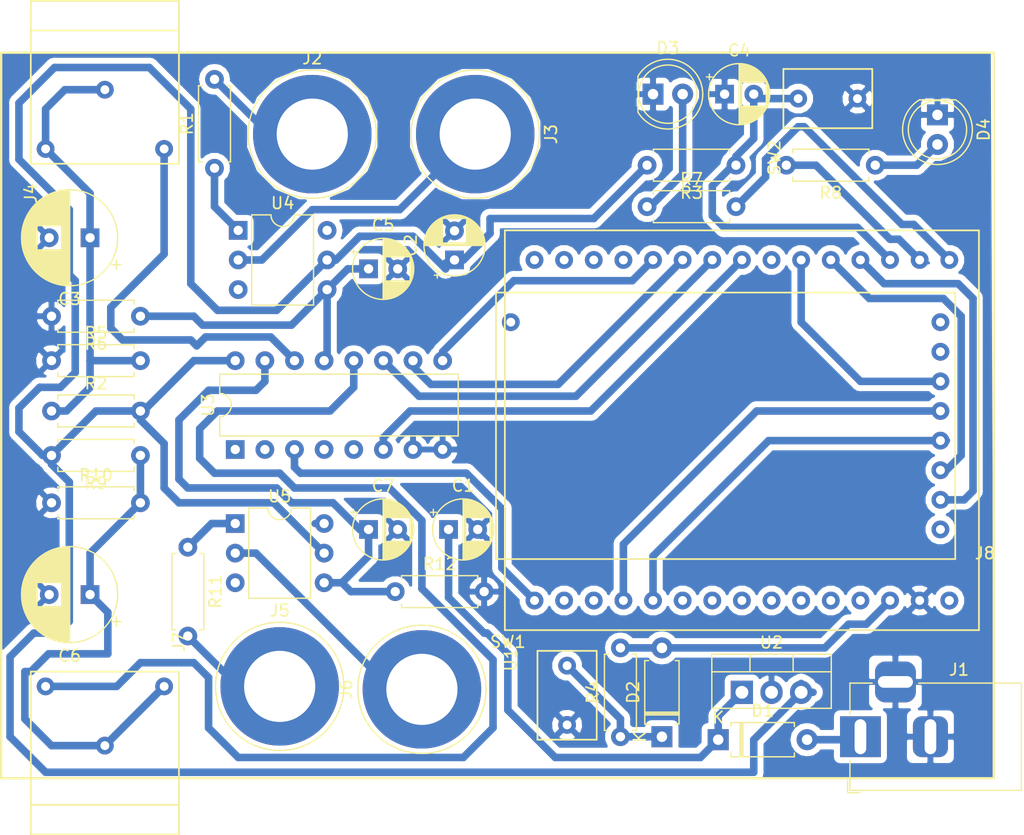
<source format=kicad_pcb>
(kicad_pcb (version 20171130) (host pcbnew "(5.0.0)")
  (layers (0 F.Cu signal) (31 B.Cu signal) (34 B.Paste user) (35 F.Paste user hide) (36 B.SilkS user) (37 F.SilkS user) (38 B.Mask user) (39 F.Mask user) (44 Edge.Cuts user))
  (net 0 "")
  (net 1 GND)
  (net 2 "Net-(C1-Pad1)")
  (net 3 +5V)
  (net 4 "Net-(C3-Pad1)")
  (net 5 /Boot)
  (net 6 /SENSOR_T_A)
  (net 7 "Net-(C6-Pad1)")
  (net 8 /SENSOR_T_B)
  (net 9 "Net-(D1-Pad2)")
  (net 10 /Reset)
  (net 11 "Net-(D2-Pad1)")
  (net 12 "Net-(D3-Pad2)")
  (net 13 "Net-(D4-Pad2)")
  (net 14 "Net-(J2-Pad1)")
  (net 15 "Net-(J3-Pad1)")
  (net 16 /SENSOR_C_A)
  (net 17 "Net-(J5-Pad1)")
  (net 18 "Net-(J6-Pad1)")
  (net 19 /SENSOR_C_B)
  (net 20 "Net-(J8-Pad1)")
  (net 21 /SD1)
  (net 22 /SD2)
  (net 23 /SD3)
  (net 24 /SD4)
  (net 25 +3V3)
  (net 26 /GND_3V3)
  (net 27 "Net-(J8-Pad8)")
  (net 28 "Net-(J8-Pad9)")
  (net 29 "Net-(R1-Pad1)")
  (net 30 /LED_01)
  (net 31 /LED_02)
  (net 32 "Net-(R11-Pad1)")
  (net 33 /S_MUX)
  (net 34 "Net-(U1-Pad2)")
  (net 35 "Net-(U1-Pad3)")
  (net 36 "Net-(U1-Pad6)")
  (net 37 "Net-(U1-Pad7)")
  (net 38 "Net-(U1-Pad8)")
  (net 39 "Net-(U1-Pad9)")
  (net 40 "Net-(U1-Pad10)")
  (net 41 "Net-(U1-Pad11)")
  (net 42 "Net-(U1-Pad12)")
  (net 43 "Net-(U1-Pad16)")
  (net 44 "Net-(U1-Pad17)")
  (net 45 "Net-(U1-Pad18)")
  (net 46 "Net-(U1-Pad19)")
  (net 47 /A2)
  (net 48 /A1)
  (net 49 /A0)
  (net 50 /INN_E)
  (net 51 /GND_3v3)
  (net 52 "Net-(U3-Pad1)")
  (net 53 "Net-(U3-Pad2)")
  (net 54 "Net-(U3-Pad4)")
  (net 55 "Net-(U3-Pad5)")
  (net 56 "Net-(U4-Pad6)")
  (net 57 "Net-(U4-Pad3)")
  (net 58 "Net-(U5-Pad3)")
  (net 59 "Net-(U5-Pad6)")
  (module ESP8266:nodmcu (layer F.Cu) (at 71.12 72.39 90)
    (fp_text reference U1 (at -5.08 -2.04 90) (layer F.SilkS))
    (fp_text value "NodeMCU1.0(ESP-12E)")
    (pad 1 thru_hole circle (at 0 0 90) (size 1.524 1.524) (drill 0.762) (layers *.Cu *.Mask) (net 33 /S_MUX))
    (pad 2 thru_hole circle (at 0 2.54 90) (size 1.524 1.524) (drill 0.762) (layers *.Cu *.Mask) (net 34 "Net-(U1-Pad2)"))
    (pad 3 thru_hole circle (at 0 5.08 90) (size 1.524 1.524) (drill 0.762) (layers *.Cu *.Mask) (net 35 "Net-(U1-Pad3)"))
    (pad 4 thru_hole circle (at 0 7.62 90) (size 1.524 1.524) (drill 0.762) (layers *.Cu *.Mask) (net 24 /SD4))
    (pad 5 thru_hole circle (at 0 10.16 90) (size 1.524 1.524) (drill 0.762) (layers *.Cu *.Mask) (net 23 /SD3))
    (pad 6 thru_hole circle (at 0 12.7 90) (size 1.524 1.524) (drill 0.762) (layers *.Cu *.Mask) (net 36 "Net-(U1-Pad6)"))
    (pad 7 thru_hole circle (at 0 15.24 90) (size 1.524 1.524) (drill 0.762) (layers *.Cu *.Mask) (net 37 "Net-(U1-Pad7)"))
    (pad 8 thru_hole circle (at 0 17.78 90) (size 1.524 1.524) (drill 0.762) (layers *.Cu *.Mask) (net 38 "Net-(U1-Pad8)"))
    (pad 9 thru_hole circle (at 0 20.32 90) (size 1.524 1.524) (drill 0.762) (layers *.Cu *.Mask) (net 39 "Net-(U1-Pad9)"))
    (pad 10 thru_hole circle (at 0 22.86 90) (size 1.524 1.524) (drill 0.762) (layers *.Cu *.Mask) (net 40 "Net-(U1-Pad10)"))
    (pad 11 thru_hole circle (at 0 25.4 90) (size 1.524 1.524) (drill 0.762) (layers *.Cu *.Mask) (net 41 "Net-(U1-Pad11)"))
    (pad 12 thru_hole circle (at 0 27.94 90) (size 1.524 1.524) (drill 0.762) (layers *.Cu *.Mask) (net 42 "Net-(U1-Pad12)"))
    (pad 13 thru_hole circle (at 0 30.48 90) (size 1.524 1.524) (drill 0.762) (layers *.Cu *.Mask) (net 10 /Reset))
    (pad 14 thru_hole circle (at 0 33.02 90) (size 1.524 1.524) (drill 0.762) (layers *.Cu *.Mask) (net 1 GND))
    (pad 15 thru_hole circle (at 0 35.56 90) (size 1.524 1.524) (drill 0.762) (layers *.Cu *.Mask) (net 3 +5V))
    (pad 16 thru_hole circle (at 29.21 0 90) (size 1.524 1.524) (drill 0.762) (layers *.Cu *.Mask) (net 43 "Net-(U1-Pad16)"))
    (pad 17 thru_hole circle (at 29.21 2.54 90) (size 1.524 1.524) (drill 0.762) (layers *.Cu *.Mask) (net 44 "Net-(U1-Pad17)"))
    (pad 18 thru_hole circle (at 29.21 5.08 90) (size 1.524 1.524) (drill 0.762) (layers *.Cu *.Mask) (net 45 "Net-(U1-Pad18)"))
    (pad 19 thru_hole circle (at 29.21 7.62 90) (size 1.524 1.524) (drill 0.762) (layers *.Cu *.Mask) (net 46 "Net-(U1-Pad19)"))
    (pad 20 thru_hole circle (at 29.21 10.16 90) (size 1.524 1.524) (drill 0.762) (layers *.Cu *.Mask) (net 47 /A2))
    (pad 21 thru_hole circle (at 29.21 12.7 90) (size 1.524 1.524) (drill 0.762) (layers *.Cu *.Mask) (net 48 /A1))
    (pad 22 thru_hole circle (at 29.21 15.24 90) (size 1.524 1.524) (drill 0.762) (layers *.Cu *.Mask) (net 49 /A0))
    (pad 23 thru_hole circle (at 29.21 17.78 90) (size 1.524 1.524) (drill 0.762) (layers *.Cu *.Mask) (net 50 /INN_E))
    (pad 24 thru_hole circle (at 29.21 20.32 90) (size 1.524 1.524) (drill 0.762) (layers *.Cu *.Mask) (net 51 /GND_3v3))
    (pad 25 thru_hole circle (at 29.21 22.86 90) (size 1.524 1.524) (drill 0.762) (layers *.Cu *.Mask) (net 25 +3V3))
    (pad 26 thru_hole circle (at 29.21 25.4 90) (size 1.524 1.524) (drill 0.762) (layers *.Cu *.Mask) (net 22 /SD2))
    (pad 27 thru_hole circle (at 29.21 27.94 90) (size 1.524 1.524) (drill 0.762) (layers *.Cu *.Mask) (net 21 /SD1))
    (pad 28 thru_hole circle (at 29.21 30.48 90) (size 1.524 1.524) (drill 0.762) (layers *.Cu *.Mask) (net 5 /Boot))
    (pad 29 thru_hole circle (at 29.21 33.02 90) (size 1.524 1.524) (drill 0.762) (layers *.Cu *.Mask) (net 31 /LED_02))
    (pad 30 thru_hole circle (at 29.21 35.56 90) (size 1.524 1.524) (drill 0.762) (layers *.Cu *.Mask) (net 30 /LED_01))
    (pad 32 thru_hole circle (at 0 35.56 90) (size 1.524 1.524) (drill 0.762) (layers *.Cu *.Mask))
  )
  (module Connector:Banana_Jack_1Pin (layer F.Cu) (at 49.276 79.756)
    (fp_text reference J5 (at 0 -6.5) (layer F.SilkS))
    (fp_text value Conn_01x01_Female)
    (pad 1 thru_hole circle (at 0 0) (size 10.16 10.16) (drill 6.1) (layers *.Cu *.Mask) (net 17 "Net-(J5-Pad1)"))
  )
  (module Capacitor_THT:CP_Radial_D5.0mm_P2.50mm (layer F.Cu) (at 56.896 66.294)
    (fp_text reference C7 (at 1.25 -3.75) (layer F.SilkS))
    (fp_text value 10uF)
    (pad 2 thru_hole circle (at 2.5 0) (size 1.6 1.6) (drill 0.8) (layers *.Cu *.Mask) (net 1 GND))
    (pad 1 thru_hole rect (at 0 0) (size 1.6 1.6) (drill 0.8) (layers *.Cu *.Mask) (net 8 /SENSOR_T_B))
  )
  (module Capacitor_THT:CP_Radial_D5.0mm_P2.50mm (layer F.Cu) (at 56.896 43.942)
    (fp_text reference C5 (at 1.25 -3.75) (layer F.SilkS))
    (fp_text value 10uF)
    (pad 1 thru_hole rect (at 0 0) (size 1.6 1.6) (drill 0.8) (layers *.Cu *.Mask) (net 6 /SENSOR_T_A))
    (pad 2 thru_hole circle (at 2.5 0) (size 1.6 1.6) (drill 0.8) (layers *.Cu *.Mask) (net 1 GND))
  )
  (module Capacitor_THT:CP_Radial_D5.0mm_P2.50mm (layer F.Cu) (at 63.754 66.294)
    (fp_text reference C1 (at 1.25 -3.75) (layer F.SilkS))
    (fp_text value 10uF)
    (pad 2 thru_hole circle (at 2.5 0) (size 1.6 1.6) (drill 0.8) (layers *.Cu *.Mask) (net 1 GND))
    (pad 1 thru_hole rect (at 0 0) (size 1.6 1.6) (drill 0.8) (layers *.Cu *.Mask) (net 2 "Net-(C1-Pad1)"))
  )
  (module Capacitor_THT:CP_Radial_D5.0mm_P2.50mm (layer F.Cu) (at 64.262 43.18 90)
    (fp_text reference C2 (at 1.25 -3.75 90) (layer F.SilkS))
    (fp_text value 10uF)
    (pad 1 thru_hole rect (at 0 0 90) (size 1.6 1.6) (drill 0.8) (layers *.Cu *.Mask) (net 3 +5V))
    (pad 2 thru_hole circle (at 2.5 0 90) (size 1.6 1.6) (drill 0.8) (layers *.Cu *.Mask) (net 1 GND))
  )
  (module Capacitor_THT:CP_Radial_D8.0mm_P3.50mm (layer F.Cu) (at 33.02 41.275 180)
    (fp_text reference C3 (at 1.75 -5.25 180) (layer F.SilkS))
    (fp_text value "100 uF")
    (pad 1 thru_hole rect (at 0 0 180) (size 1.6 1.6) (drill 0.8) (layers *.Cu *.Mask) (net 4 "Net-(C3-Pad1)"))
    (pad 2 thru_hole circle (at 3.5 0 180) (size 1.6 1.6) (drill 0.8) (layers *.Cu *.Mask) (net 1 GND))
  )
  (module Capacitor_THT:CP_Radial_D5.0mm_P2.50mm (layer F.Cu) (at 87.416 28.956)
    (fp_text reference C4 (at 1.25 -3.75) (layer F.SilkS))
    (fp_text value "100 n")
    (pad 1 thru_hole rect (at 0 0) (size 1.6 1.6) (drill 0.8) (layers *.Cu *.Mask) (net 1 GND))
    (pad 2 thru_hole circle (at 2.5 0) (size 1.6 1.6) (drill 0.8) (layers *.Cu *.Mask) (net 5 /Boot))
  )
  (module Capacitor_THT:CP_Radial_D8.0mm_P3.50mm (layer F.Cu) (at 33.02 71.882 180)
    (fp_text reference C6 (at 1.75 -5.25 180) (layer F.SilkS))
    (fp_text value "100 uF")
    (pad 2 thru_hole circle (at 3.5 0 180) (size 1.6 1.6) (drill 0.8) (layers *.Cu *.Mask) (net 1 GND))
    (pad 1 thru_hole rect (at 0 0 180) (size 1.6 1.6) (drill 0.8) (layers *.Cu *.Mask) (net 7 "Net-(C6-Pad1)"))
  )
  (module Diode_THT:D_A-405_P7.62mm_Horizontal (layer F.Cu) (at 86.868 84.328)
    (fp_text reference D1 (at 3.81 -2.47) (layer F.SilkS))
    (fp_text value D_Zener_ALT)
    (fp_text user K (at 0 -1.9) (layer F.SilkS))
    (pad 1 thru_hole rect (at 0 0) (size 1.8 1.8) (drill 0.9) (layers *.Cu *.Mask) (net 2 "Net-(C1-Pad1)"))
    (pad 2 thru_hole oval (at 7.62 0) (size 1.8 1.8) (drill 0.9) (layers *.Cu *.Mask) (net 9 "Net-(D1-Pad2)"))
  )
  (module Diode_THT:D_A-405_P7.62mm_Horizontal (layer F.Cu) (at 82.042 84.074 90)
    (fp_text reference D2 (at 3.81 -2.47 90) (layer F.SilkS))
    (fp_text value DIODE)
    (fp_text user K (at 0 -1.9 90) (layer F.SilkS))
    (pad 2 thru_hole oval (at 7.62 0 90) (size 1.8 1.8) (drill 0.9) (layers *.Cu *.Mask) (net 10 /Reset))
    (pad 1 thru_hole rect (at 0 0 90) (size 1.8 1.8) (drill 0.9) (layers *.Cu *.Mask) (net 11 "Net-(D2-Pad1)"))
  )
  (module LED_THT:LED_D5.0mm (layer F.Cu) (at 81.28 28.956)
    (fp_text reference D3 (at 1.27 -3.96) (layer F.SilkS))
    (fp_text value LED_ALT)
    (pad 1 thru_hole rect (at 0 0) (size 1.8 1.8) (drill 0.9) (layers *.Cu *.Mask) (net 1 GND))
    (pad 2 thru_hole circle (at 2.54 0) (size 1.8 1.8) (drill 0.9) (layers *.Cu *.Mask) (net 12 "Net-(D3-Pad2)"))
  )
  (module LED_THT:LED_D5.0mm (layer F.Cu) (at 105.664 30.734 270)
    (fp_text reference D4 (at 1.27 -3.96 270) (layer F.SilkS))
    (fp_text value LED_ALT)
    (pad 1 thru_hole rect (at 0 0 270) (size 1.8 1.8) (drill 0.9) (layers *.Cu *.Mask) (net 1 GND))
    (pad 2 thru_hole circle (at 2.54 0 270) (size 1.8 1.8) (drill 0.9) (layers *.Cu *.Mask) (net 13 "Net-(D4-Pad2)"))
  )
  (module Connector_BarrelJack:BarrelJack_Horizontal (layer F.Cu) (at 99.06 84.074 180)
    (fp_text reference J1 (at -8.45 5.75 180) (layer F.SilkS))
    (fp_text value Barrel_Jack_Switch)
    (pad 1 thru_hole rect (at 0 0 180) (size 3.5 3.5) (drill oval 1 3) (layers *.Cu *.Mask) (net 9 "Net-(D1-Pad2)"))
    (pad 2 thru_hole roundrect (at -6 0 180) (size 3 3.5) (drill oval 1 3) (layers *.Cu *.Mask) (net 1 GND))
    (pad 3 thru_hole roundrect (at -3 4.7 180) (size 3.5 3.5) (drill oval 3 1) (layers *.Cu *.Mask) (net 1 GND))
  )
  (module Connector:Banana_Jack_1Pin (layer F.Cu) (at 52.07 32.385)
    (fp_text reference J2 (at 0 -6.5) (layer F.SilkS))
    (fp_text value Conn_01x01_Female)
    (pad 1 thru_hole circle (at 0 0) (size 10.16 10.16) (drill 6.1) (layers *.Cu *.Mask) (net 14 "Net-(J2-Pad1)"))
  )
  (module Connector:Banana_Jack_1Pin (layer F.Cu) (at 66.04 32.385 270)
    (fp_text reference J3 (at 0 -6.5 270) (layer F.SilkS))
    (fp_text value Conn_01x01_Female)
    (pad 1 thru_hole circle (at 0 0 270) (size 10.16 10.16) (drill 6.1) (layers *.Cu *.Mask) (net 15 "Net-(J3-Pad1)"))
  )
  (module ESP8266:JACKAUDIO_P2 (layer F.Cu) (at 29.21 33.655 90)
    (fp_text reference J4 (at -3.81 -1.27 90) (layer F.SilkS))
    (fp_text value AudioJack2_Ground_Switch)
    (pad S thru_hole circle (at 0 10.16 90) (size 1.524 1.524) (drill 0.762) (layers *.Cu *.Mask) (net 16 /SENSOR_C_A))
    (pad T thru_hole circle (at 5.08 5.08 90) (size 1.524 1.524) (drill 0.762) (layers *.Cu *.Mask) (net 4 "Net-(C3-Pad1)"))
    (pad TN thru_hole circle (at 0 0 90) (size 1.524 1.524) (drill 0.762) (layers *.Cu *.Mask) (net 4 "Net-(C3-Pad1)"))
  )
  (module Connector:Banana_Jack_1Pin (layer F.Cu) (at 61.468 80.01 90)
    (fp_text reference J6 (at 0 -6.5 90) (layer F.SilkS))
    (fp_text value Conn_01x01_Female)
    (pad 1 thru_hole circle (at 0 0 90) (size 10.16 10.16) (drill 6.1) (layers *.Cu *.Mask) (net 18 "Net-(J6-Pad1)"))
  )
  (module ESP8266:JACKAUDIO_P2 (layer F.Cu) (at 39.37 79.756 270)
    (fp_text reference J7 (at -3.81 -1.27 270) (layer F.SilkS))
    (fp_text value AudioJack2_Ground_Switch)
    (pad TN thru_hole circle (at 0 0 270) (size 1.524 1.524) (drill 0.762) (layers *.Cu *.Mask) (net 7 "Net-(C6-Pad1)"))
    (pad T thru_hole circle (at 5.08 5.08 270) (size 1.524 1.524) (drill 0.762) (layers *.Cu *.Mask) (net 7 "Net-(C6-Pad1)"))
    (pad S thru_hole circle (at 0 10.16 270) (size 1.524 1.524) (drill 0.762) (layers *.Cu *.Mask) (net 19 /SENSOR_C_B))
  )
  (module ESP8266:microSD (layer F.Cu) (at 105.918 66.294 180)
    (fp_text reference J8 (at -3.81 -2.04 180) (layer F.SilkS))
    (fp_text value Micro_SD_Card)
    (pad 1 thru_hole circle (at 0 0 180) (size 1.524 1.524) (drill 0.762) (layers *.Cu *.Mask) (net 20 "Net-(J8-Pad1)"))
    (pad 2 thru_hole circle (at 0 2.54 180) (size 1.524 1.524) (drill 0.762) (layers *.Cu *.Mask) (net 21 /SD1))
    (pad 3 thru_hole circle (at 0 5.08 180) (size 1.524 1.524) (drill 0.762) (layers *.Cu *.Mask) (net 22 /SD2))
    (pad 4 thru_hole circle (at 0 7.62 180) (size 1.524 1.524) (drill 0.762) (layers *.Cu *.Mask) (net 23 /SD3))
    (pad 5 thru_hole circle (at 0 10.16 180) (size 1.524 1.524) (drill 0.762) (layers *.Cu *.Mask) (net 24 /SD4))
    (pad 6 thru_hole circle (at 0 12.7 180) (size 1.524 1.524) (drill 0.762) (layers *.Cu *.Mask) (net 25 +3V3))
    (pad 7 thru_hole circle (at 0 15.24 180) (size 1.524 1.524) (drill 0.762) (layers *.Cu *.Mask) (net 26 /GND_3V3))
    (pad 8 thru_hole circle (at 0 17.78 180) (size 1.524 1.524) (drill 0.762) (layers *.Cu *.Mask) (net 27 "Net-(J8-Pad8)"))
    (pad 9 thru_hole circle (at 36.83 17.78 180) (size 1.524 1.524) (drill 0.762) (layers *.Cu *.Mask) (net 28 "Net-(J8-Pad9)"))
  )
  (module Resistor_THT:R_Axial_DIN0207_L6.3mm_D2.5mm_P7.62mm_Horizontal (layer F.Cu) (at 43.688 35.306 90)
    (fp_text reference R1 (at 3.81 -2.37 90) (layer F.SilkS))
    (fp_text value 220k)
    (pad 2 thru_hole oval (at 7.62 0 90) (size 1.6 1.6) (drill 0.8) (layers *.Cu *.Mask) (net 14 "Net-(J2-Pad1)"))
    (pad 1 thru_hole circle (at 0 0 90) (size 1.6 1.6) (drill 0.8) (layers *.Cu *.Mask) (net 29 "Net-(R1-Pad1)"))
  )
  (module Resistor_THT:R_Axial_DIN0207_L6.3mm_D2.5mm_P7.62mm_Horizontal (layer F.Cu) (at 29.718 56.134)
    (fp_text reference R2 (at 3.81 -2.37) (layer F.SilkS))
    (fp_text value "10 k")
    (pad 1 thru_hole circle (at 0 0) (size 1.6 1.6) (drill 0.8) (layers *.Cu *.Mask) (net 4 "Net-(C3-Pad1)"))
    (pad 2 thru_hole oval (at 7.62 0) (size 1.6 1.6) (drill 0.8) (layers *.Cu *.Mask) (net 3 +5V))
  )
  (module Resistor_THT:R_Axial_DIN0207_L6.3mm_D2.5mm_P7.62mm_Horizontal (layer F.Cu) (at 88.392 35.052 180)
    (fp_text reference R3 (at 3.81 -2.37 180) (layer F.SilkS))
    (fp_text value 1k)
    (pad 1 thru_hole circle (at 0 0 180) (size 1.6 1.6) (drill 0.8) (layers *.Cu *.Mask) (net 5 /Boot))
    (pad 2 thru_hole oval (at 7.62 0 180) (size 1.6 1.6) (drill 0.8) (layers *.Cu *.Mask) (net 3 +5V))
  )
  (module Resistor_THT:R_Axial_DIN0207_L6.3mm_D2.5mm_P7.62mm_Horizontal (layer F.Cu) (at 78.486 84.074 90)
    (fp_text reference R4 (at 3.81 -2.37 90) (layer F.SilkS))
    (fp_text value "10 k")
    (pad 2 thru_hole oval (at 7.62 0 90) (size 1.6 1.6) (drill 0.8) (layers *.Cu *.Mask) (net 10 /Reset))
    (pad 1 thru_hole circle (at 0 0 90) (size 1.6 1.6) (drill 0.8) (layers *.Cu *.Mask) (net 11 "Net-(D2-Pad1)"))
  )
  (module Resistor_THT:R_Axial_DIN0207_L6.3mm_D2.5mm_P7.62mm_Horizontal (layer F.Cu) (at 29.718 51.816)
    (fp_text reference R5 (at 3.81 -2.37) (layer F.SilkS))
    (fp_text value "10 k")
    (pad 2 thru_hole oval (at 7.62 0) (size 1.6 1.6) (drill 0.8) (layers *.Cu *.Mask) (net 4 "Net-(C3-Pad1)"))
    (pad 1 thru_hole circle (at 0 0) (size 1.6 1.6) (drill 0.8) (layers *.Cu *.Mask) (net 1 GND))
  )
  (module Resistor_THT:R_Axial_DIN0207_L6.3mm_D2.5mm_P7.62mm_Horizontal (layer F.Cu) (at 37.338 48.006 180)
    (fp_text reference R6 (at 3.81 -2.37 180) (layer F.SilkS))
    (fp_text value 10k)
    (pad 1 thru_hole circle (at 0 0 180) (size 1.6 1.6) (drill 0.8) (layers *.Cu *.Mask) (net 6 /SENSOR_T_A))
    (pad 2 thru_hole oval (at 7.62 0 180) (size 1.6 1.6) (drill 0.8) (layers *.Cu *.Mask) (net 1 GND))
  )
  (module Resistor_THT:R_Axial_DIN0207_L6.3mm_D2.5mm_P7.62mm_Horizontal (layer F.Cu) (at 80.772 38.608)
    (fp_text reference R7 (at 3.81 -2.37) (layer F.SilkS))
    (fp_text value "1 k")
    (pad 1 thru_hole circle (at 0 0) (size 1.6 1.6) (drill 0.8) (layers *.Cu *.Mask) (net 12 "Net-(D3-Pad2)"))
    (pad 2 thru_hole oval (at 7.62 0) (size 1.6 1.6) (drill 0.8) (layers *.Cu *.Mask) (net 30 /LED_01))
  )
  (module Resistor_THT:R_Axial_DIN0207_L6.3mm_D2.5mm_P7.62mm_Horizontal (layer F.Cu) (at 100.33 35.052 180)
    (fp_text reference R8 (at 3.81 -2.37 180) (layer F.SilkS))
    (fp_text value "1 k")
    (pad 2 thru_hole oval (at 7.62 0 180) (size 1.6 1.6) (drill 0.8) (layers *.Cu *.Mask) (net 31 /LED_02))
    (pad 1 thru_hole circle (at 0 0 180) (size 1.6 1.6) (drill 0.8) (layers *.Cu *.Mask) (net 13 "Net-(D4-Pad2)"))
  )
  (module Resistor_THT:R_Axial_DIN0207_L6.3mm_D2.5mm_P7.62mm_Horizontal (layer F.Cu) (at 37.338 59.944 180)
    (fp_text reference R9 (at 3.81 -2.37 180) (layer F.SilkS))
    (fp_text value "10 k")
    (pad 2 thru_hole oval (at 7.62 0 180) (size 1.6 1.6) (drill 0.8) (layers *.Cu *.Mask) (net 3 +5V))
    (pad 1 thru_hole circle (at 0 0 180) (size 1.6 1.6) (drill 0.8) (layers *.Cu *.Mask) (net 7 "Net-(C6-Pad1)"))
  )
  (module Resistor_THT:R_Axial_DIN0207_L6.3mm_D2.5mm_P7.62mm_Horizontal (layer F.Cu) (at 29.718 64.008)
    (fp_text reference R10 (at 3.81 -2.37) (layer F.SilkS))
    (fp_text value "10 k")
    (pad 2 thru_hole oval (at 7.62 0) (size 1.6 1.6) (drill 0.8) (layers *.Cu *.Mask) (net 7 "Net-(C6-Pad1)"))
    (pad 1 thru_hole circle (at 0 0) (size 1.6 1.6) (drill 0.8) (layers *.Cu *.Mask) (net 1 GND))
  )
  (module Resistor_THT:R_Axial_DIN0207_L6.3mm_D2.5mm_P7.62mm_Horizontal (layer F.Cu) (at 41.402 67.818 270)
    (fp_text reference R11 (at 3.81 -2.37 270) (layer F.SilkS))
    (fp_text value 220k)
    (pad 1 thru_hole circle (at 0 0 270) (size 1.6 1.6) (drill 0.8) (layers *.Cu *.Mask) (net 32 "Net-(R11-Pad1)"))
    (pad 2 thru_hole oval (at 7.62 0 270) (size 1.6 1.6) (drill 0.8) (layers *.Cu *.Mask) (net 17 "Net-(J5-Pad1)"))
  )
  (module Resistor_THT:R_Axial_DIN0207_L6.3mm_D2.5mm_P7.62mm_Horizontal (layer F.Cu) (at 59.182 71.628)
    (fp_text reference R12 (at 3.81 -2.37) (layer F.SilkS))
    (fp_text value 10k)
    (pad 1 thru_hole circle (at 0 0) (size 1.6 1.6) (drill 0.8) (layers *.Cu *.Mask) (net 8 /SENSOR_T_B))
    (pad 2 thru_hole oval (at 7.62 0) (size 1.6 1.6) (drill 0.8) (layers *.Cu *.Mask) (net 1 GND))
  )
  (module ESP8266:push_button (layer F.Cu) (at 73.914 77.978)
    (fp_text reference SW1 (at -5.08 -2.04) (layer F.SilkS))
    (fp_text value SW_Push)
    (pad 2 thru_hole circle (at 0 5.08) (size 1.524 1.524) (drill 0.762) (layers *.Cu *.Mask) (net 1 GND))
    (pad 1 thru_hole circle (at 0 0) (size 1.524 1.524) (drill 0.762) (layers *.Cu *.Mask) (net 11 "Net-(D2-Pad1)"))
  )
  (module ESP8266:push_button (layer F.Cu) (at 93.726 29.337 90)
    (fp_text reference SW2 (at -5.08 -2.04 90) (layer F.SilkS))
    (fp_text value SW_Push)
    (pad 1 thru_hole circle (at 0 0 90) (size 1.524 1.524) (drill 0.762) (layers *.Cu *.Mask) (net 5 /Boot))
    (pad 2 thru_hole circle (at 0 5.08 90) (size 1.524 1.524) (drill 0.762) (layers *.Cu *.Mask) (net 1 GND))
  )
  (module Package_TO_SOT_THT:TO-220-3_Vertical (layer F.Cu) (at 88.9 80.264)
    (fp_text reference U2 (at 2.54 -4.27) (layer F.SilkS))
    (fp_text value L7805)
    (pad 1 thru_hole rect (at 0 0) (size 1.905 2) (drill 1.1) (layers *.Cu *.Mask) (net 2 "Net-(C1-Pad1)"))
    (pad 2 thru_hole oval (at 2.54 0) (size 1.905 2) (drill 1.1) (layers *.Cu *.Mask) (net 1 GND))
    (pad 3 thru_hole oval (at 5.08 0) (size 1.905 2) (drill 1.1) (layers *.Cu *.Mask) (net 3 +5V))
  )
  (module Package_DIP:DIP-16_W7.62mm (layer F.Cu) (at 45.466 59.436 90)
    (fp_text reference U3 (at 3.81 -2.33 90) (layer F.SilkS))
    (fp_text value 4051)
    (pad 1 thru_hole rect (at 0 0 90) (size 1.6 1.6) (drill 0.8) (layers *.Cu *.Mask) (net 52 "Net-(U3-Pad1)"))
    (pad 9 thru_hole oval (at 7.62 17.78 90) (size 1.6 1.6) (drill 0.8) (layers *.Cu *.Mask) (net 47 /A2))
    (pad 2 thru_hole oval (at 0 2.54 90) (size 1.6 1.6) (drill 0.8) (layers *.Cu *.Mask) (net 53 "Net-(U3-Pad2)"))
    (pad 10 thru_hole oval (at 7.62 15.24 90) (size 1.6 1.6) (drill 0.8) (layers *.Cu *.Mask) (net 48 /A1))
    (pad 3 thru_hole oval (at 0 5.08 90) (size 1.6 1.6) (drill 0.8) (layers *.Cu *.Mask) (net 33 /S_MUX))
    (pad 11 thru_hole oval (at 7.62 12.7 90) (size 1.6 1.6) (drill 0.8) (layers *.Cu *.Mask) (net 49 /A0))
    (pad 4 thru_hole oval (at 0 7.62 90) (size 1.6 1.6) (drill 0.8) (layers *.Cu *.Mask) (net 54 "Net-(U3-Pad4)"))
    (pad 12 thru_hole oval (at 7.62 10.16 90) (size 1.6 1.6) (drill 0.8) (layers *.Cu *.Mask) (net 19 /SENSOR_C_B))
    (pad 5 thru_hole oval (at 0 10.16 90) (size 1.6 1.6) (drill 0.8) (layers *.Cu *.Mask) (net 55 "Net-(U3-Pad5)"))
    (pad 13 thru_hole oval (at 7.62 7.62 90) (size 1.6 1.6) (drill 0.8) (layers *.Cu *.Mask) (net 6 /SENSOR_T_A))
    (pad 6 thru_hole oval (at 0 12.7 90) (size 1.6 1.6) (drill 0.8) (layers *.Cu *.Mask) (net 50 /INN_E))
    (pad 14 thru_hole oval (at 7.62 5.08 90) (size 1.6 1.6) (drill 0.8) (layers *.Cu *.Mask) (net 16 /SENSOR_C_A))
    (pad 7 thru_hole oval (at 0 15.24 90) (size 1.6 1.6) (drill 0.8) (layers *.Cu *.Mask) (net 1 GND))
    (pad 15 thru_hole oval (at 7.62 2.54 90) (size 1.6 1.6) (drill 0.8) (layers *.Cu *.Mask) (net 8 /SENSOR_T_B))
    (pad 8 thru_hole oval (at 0 17.78 90) (size 1.6 1.6) (drill 0.8) (layers *.Cu *.Mask) (net 1 GND))
    (pad 16 thru_hole oval (at 7.62 0 90) (size 1.6 1.6) (drill 0.8) (layers *.Cu *.Mask) (net 3 +5V))
  )
  (module Package_DIP:DIP-6_W7.62mm (layer F.Cu) (at 45.72 40.64)
    (fp_text reference U4 (at 3.81 -2.33) (layer F.SilkS))
    (fp_text value 4N25)
    (pad 6 thru_hole oval (at 7.62 0) (size 1.6 1.6) (drill 0.8) (layers *.Cu *.Mask) (net 56 "Net-(U4-Pad6)"))
    (pad 3 thru_hole oval (at 0 5.08) (size 1.6 1.6) (drill 0.8) (layers *.Cu *.Mask) (net 57 "Net-(U4-Pad3)"))
    (pad 5 thru_hole oval (at 7.62 2.54) (size 1.6 1.6) (drill 0.8) (layers *.Cu *.Mask) (net 3 +5V))
    (pad 2 thru_hole oval (at 0 2.54) (size 1.6 1.6) (drill 0.8) (layers *.Cu *.Mask) (net 15 "Net-(J3-Pad1)"))
    (pad 4 thru_hole oval (at 7.62 5.08) (size 1.6 1.6) (drill 0.8) (layers *.Cu *.Mask) (net 6 /SENSOR_T_A))
    (pad 1 thru_hole rect (at 0 0) (size 1.6 1.6) (drill 0.8) (layers *.Cu *.Mask) (net 29 "Net-(R1-Pad1)"))
  )
  (module Package_DIP:DIP-6_W7.62mm (layer F.Cu) (at 45.466 65.786)
    (fp_text reference U5 (at 3.81 -2.33) (layer F.SilkS))
    (fp_text value 4N25)
    (pad 1 thru_hole rect (at 0 0) (size 1.6 1.6) (drill 0.8) (layers *.Cu *.Mask) (net 32 "Net-(R11-Pad1)"))
    (pad 4 thru_hole oval (at 7.62 5.08) (size 1.6 1.6) (drill 0.8) (layers *.Cu *.Mask) (net 8 /SENSOR_T_B))
    (pad 2 thru_hole oval (at 0 2.54) (size 1.6 1.6) (drill 0.8) (layers *.Cu *.Mask) (net 18 "Net-(J6-Pad1)"))
    (pad 5 thru_hole oval (at 7.62 2.54) (size 1.6 1.6) (drill 0.8) (layers *.Cu *.Mask) (net 3 +5V))
    (pad 3 thru_hole oval (at 0 5.08) (size 1.6 1.6) (drill 0.8) (layers *.Cu *.Mask) (net 58 "Net-(U5-Pad3)"))
    (pad 6 thru_hole oval (at 7.62 0) (size 1.6 1.6) (drill 0.8) (layers *.Cu *.Mask) (net 59 "Net-(U5-Pad6)"))
  )
  (gr_line (start 25.4 87.63) (end 25.4 25.4) (layer F.SilkS) (width 0.2))
  (gr_line (start 110.49 87.63) (end 25.4 87.63) (layer F.SilkS) (width 0.2))
  (gr_line (start 110.49 25.4) (end 110.49 87.63) (layer F.SilkS) (width 0.2))
  (gr_line (start 25.4 25.4) (end 110.49 25.4) (layer F.SilkS) (width 0.2))
  (segment (start 86.868 82.296) (end 88.9 80.264) (width 0.65) (layer B.Cu) (net 2))
  (segment (start 86.868 84.328) (end 86.868 82.296) (width 0.65) (layer B.Cu) (net 2))
  (segment (start 65.786 66.04) (end 66.548 66.802) (width 0.65) (layer B.Cu) (net 1))
  (segment (start 63.754 72.136) (end 66.802 75.184) (width 0.65) (layer B.Cu) (net 2))
  (segment (start 72.898 85.852) (end 85.344 85.852) (width 0.65) (layer B.Cu) (net 2))
  (segment (start 63.754 66.294) (end 63.754 72.136) (width 0.65) (layer B.Cu) (net 2))
  (segment (start 66.802 75.184) (end 67.056 75.184) (width 0.65) (layer B.Cu) (net 2))
  (segment (start 85.344 85.852) (end 86.868 84.328) (width 0.65) (layer B.Cu) (net 2))
  (segment (start 67.056 75.184) (end 68.834 76.962) (width 0.65) (layer B.Cu) (net 2))
  (segment (start 68.834 76.962) (end 68.834 81.788) (width 0.65) (layer B.Cu) (net 2))
  (segment (start 68.834 81.788) (end 72.898 85.852) (width 0.65) (layer B.Cu) (net 2))
  (segment (start 33.528 56.134) (end 29.718 59.944) (width 0.65) (layer B.Cu) (net 3))
  (segment (start 37.338 56.134) (end 33.528 56.134) (width 0.65) (layer B.Cu) (net 3))
  (segment (start 53.34 43.18) (end 52.832 43.18) (width 0.65) (layer B.Cu) (net 3))
  (segment (start 53.34 43.18) (end 54.102 43.18) (width 0.65) (layer B.Cu) (net 3))
  (segment (start 54.102 43.18) (end 56.134 41.148) (width 0.65) (layer B.Cu) (net 3))
  (segment (start 60.706 41.148) (end 63.5 43.942) (width 0.65) (layer B.Cu) (net 3))
  (segment (start 56.134 41.148) (end 60.706 41.148) (width 0.65) (layer B.Cu) (net 3))
  (segment (start 63.5 43.942) (end 63.5 43.434) (width 0.65) (layer B.Cu) (net 3))
  (segment (start 76.2 39.624) (end 80.772 35.052) (width 0.65) (layer B.Cu) (net 3))
  (segment (start 67.31 39.624) (end 76.2 39.624) (width 0.65) (layer B.Cu) (net 3))
  (segment (start 48.768 64.008) (end 53.086 68.326) (width 0.65) (layer B.Cu) (net 3))
  (segment (start 40.64 64.008) (end 48.768 64.008) (width 0.65) (layer B.Cu) (net 3))
  (segment (start 39.37 62.738) (end 40.64 64.008) (width 0.65) (layer B.Cu) (net 3))
  (segment (start 39.37 58.928) (end 39.37 62.738) (width 0.65) (layer B.Cu) (net 3))
  (segment (start 37.338 56.134) (end 37.338 56.896) (width 0.65) (layer B.Cu) (net 3))
  (segment (start 37.338 56.896) (end 39.37 58.928) (width 0.65) (layer B.Cu) (net 3))
  (segment (start 29.718 59.944) (end 29.464 59.944) (width 0.65) (layer B.Cu) (net 3))
  (segment (start 37.592 56.134) (end 37.338 56.134) (width 0.65) (layer B.Cu) (net 3))
  (segment (start 45.466 51.816) (end 41.91 51.816) (width 0.65) (layer B.Cu) (net 3))
  (segment (start 41.91 51.816) (end 37.592 56.134) (width 0.65) (layer B.Cu) (net 3))
  (segment (start 93.98 79.502) (end 93.98 80.264) (width 0.65) (layer B.Cu) (net 3))
  (segment (start 89.916 84.328) (end 93.98 80.264) (width 0.65) (layer B.Cu) (net 3))
  (segment (start 89.916 87.122) (end 89.916 84.328) (width 0.65) (layer B.Cu) (net 3))
  (segment (start 29.21 87.122) (end 89.916 87.122) (width 0.65) (layer B.Cu) (net 3))
  (segment (start 26.162 84.074) (end 29.21 87.122) (width 0.65) (layer B.Cu) (net 3))
  (segment (start 93.98 80.264) (end 94.996 80.264) (width 0.65) (layer B.Cu) (net 3))
  (segment (start 64.262 43.18) (end 65.024 43.18) (width 0.65) (layer B.Cu) (net 3))
  (segment (start 67.31 40.894) (end 67.31 39.624) (width 0.65) (layer B.Cu) (net 3))
  (segment (start 65.024 43.18) (end 67.31 40.894) (width 0.65) (layer B.Cu) (net 3))
  (segment (start 49.022 47.498) (end 53.34 43.18) (width 0.65) (layer B.Cu) (net 3))
  (segment (start 43.942 47.498) (end 49.022 47.498) (width 0.65) (layer B.Cu) (net 3))
  (segment (start 30.48 54.102) (end 31.75 52.832) (width 0.65) (layer B.Cu) (net 3))
  (segment (start 28.702 54.102) (end 30.48 54.102) (width 0.65) (layer B.Cu) (net 3))
  (segment (start 26.924 55.88) (end 28.702 54.102) (width 0.65) (layer B.Cu) (net 3))
  (segment (start 26.924 57.912) (end 26.924 55.88) (width 0.65) (layer B.Cu) (net 3))
  (segment (start 31.242 44.45) (end 31.242 38.862) (width 0.65) (layer B.Cu) (net 3))
  (segment (start 29.718 59.944) (end 28.956 59.944) (width 0.65) (layer B.Cu) (net 3))
  (segment (start 29.972 26.67) (end 38.1 26.67) (width 0.65) (layer B.Cu) (net 3))
  (segment (start 28.956 59.944) (end 26.924 57.912) (width 0.65) (layer B.Cu) (net 3))
  (segment (start 31.75 52.832) (end 31.75 44.958) (width 0.65) (layer B.Cu) (net 3))
  (segment (start 31.75 44.958) (end 31.242 44.45) (width 0.65) (layer B.Cu) (net 3))
  (segment (start 38.1 26.67) (end 41.656 30.226) (width 0.65) (layer B.Cu) (net 3))
  (segment (start 31.242 38.862) (end 26.924 34.544) (width 0.65) (layer B.Cu) (net 3))
  (segment (start 26.924 29.718) (end 29.972 26.67) (width 0.65) (layer B.Cu) (net 3))
  (segment (start 41.656 30.226) (end 41.656 45.212) (width 0.65) (layer B.Cu) (net 3))
  (segment (start 26.924 34.544) (end 26.924 29.718) (width 0.65) (layer B.Cu) (net 3))
  (segment (start 41.656 45.212) (end 43.942 47.498) (width 0.65) (layer B.Cu) (net 3))
  (segment (start 29.718 59.944) (end 29.718 60.706) (width 0.65) (layer B.Cu) (net 3))
  (segment (start 29.718 60.706) (end 31.242 62.23) (width 0.65) (layer B.Cu) (net 3))
  (segment (start 31.242 62.23) (end 31.242 74.168) (width 0.65) (layer B.Cu) (net 3))
  (segment (start 31.242 74.168) (end 30.226 75.184) (width 0.65) (layer B.Cu) (net 3))
  (segment (start 28.194 75.184) (end 26.162 77.216) (width 0.65) (layer B.Cu) (net 3))
  (segment (start 30.226 75.184) (end 28.194 75.184) (width 0.65) (layer B.Cu) (net 3))
  (segment (start 26.162 77.216) (end 26.162 84.074) (width 0.65) (layer B.Cu) (net 3))
  (segment (start 33.02 37.465) (end 29.21 33.655) (width 0.65) (layer B.Cu) (net 4))
  (segment (start 33.02 41.275) (end 33.02 37.465) (width 0.65) (layer B.Cu) (net 4))
  (segment (start 29.21 33.655) (end 29.21 30.226) (width 0.65) (layer B.Cu) (net 4))
  (segment (start 30.861 28.575) (end 34.29 28.575) (width 0.65) (layer B.Cu) (net 4))
  (segment (start 29.21 30.226) (end 30.861 28.575) (width 0.65) (layer B.Cu) (net 4))
  (segment (start 33.02 49.276) (end 33.02 41.275) (width 0.65) (layer B.Cu) (net 4))
  (segment (start 29.718 56.134) (end 30.226 56.134) (width 0.25) (layer B.Cu) (net 4))
  (segment (start 29.718 56.134) (end 30.988 56.134) (width 0.65) (layer B.Cu) (net 4))
  (segment (start 30.988 56.134) (end 33.02 54.102) (width 0.65) (layer B.Cu) (net 4))
  (segment (start 33.02 54.102) (end 33.02 53.086) (width 0.65) (layer B.Cu) (net 4))
  (segment (start 33.02 51.816) (end 37.338 51.816) (width 0.65) (layer B.Cu) (net 4))
  (segment (start 33.02 51.816) (end 33.02 49.276) (width 0.65) (layer B.Cu) (net 4))
  (segment (start 33.02 53.086) (end 33.02 51.816) (width 0.65) (layer B.Cu) (net 4))
  (segment (start 90.297 29.337) (end 89.916 28.956) (width 0.65) (layer B.Cu) (net 5))
  (segment (start 93.726 29.337) (end 90.297 29.337) (width 0.65) (layer B.Cu) (net 5))
  (segment (start 88.392 35.052) (end 88.392 34.29) (width 0.65) (layer B.Cu) (net 5))
  (segment (start 89.916 32.766) (end 89.916 28.956) (width 0.65) (layer B.Cu) (net 5))
  (segment (start 88.392 34.29) (end 89.916 32.766) (width 0.65) (layer B.Cu) (net 5))
  (segment (start 88.392 35.052) (end 88.392 35.306) (width 0.65) (layer B.Cu) (net 5))
  (segment (start 88.392 35.052) (end 88.138 35.052) (width 0.65) (layer B.Cu) (net 5))
  (segment (start 88.138 35.052) (end 86.36 36.83) (width 0.65) (layer B.Cu) (net 5))
  (segment (start 86.36 36.83) (end 86.36 39.37) (width 0.65) (layer B.Cu) (net 5))
  (segment (start 86.36 39.37) (end 87.376 40.386) (width 0.65) (layer B.Cu) (net 5))
  (segment (start 98.806 40.386) (end 101.6 43.18) (width 0.65) (layer B.Cu) (net 5))
  (segment (start 87.376 40.386) (end 98.806 40.386) (width 0.65) (layer B.Cu) (net 5))
  (segment (start 53.34 52.07) (end 53.086 52.324) (width 0.65) (layer B.Cu) (net 6))
  (segment (start 55.118 43.942) (end 53.34 45.72) (width 0.65) (layer B.Cu) (net 6))
  (segment (start 56.896 43.942) (end 55.118 43.942) (width 0.65) (layer B.Cu) (net 6))
  (segment (start 53.34 51.562) (end 53.086 51.816) (width 0.65) (layer B.Cu) (net 6))
  (segment (start 53.34 45.72) (end 53.34 51.562) (width 0.65) (layer B.Cu) (net 6))
  (segment (start 50.292 48.768) (end 53.34 45.72) (width 0.65) (layer B.Cu) (net 6))
  (segment (start 37.338 48.006) (end 41.91 48.006) (width 0.65) (layer B.Cu) (net 6))
  (segment (start 42.672 48.768) (end 50.292 48.768) (width 0.65) (layer B.Cu) (net 6))
  (segment (start 41.91 48.006) (end 42.672 48.768) (width 0.65) (layer B.Cu) (net 6))
  (segment (start 37.338 59.944) (end 37.338 64.008) (width 0.65) (layer B.Cu) (net 7))
  (segment (start 33.02 68.326) (end 37.338 64.008) (width 0.65) (layer B.Cu) (net 7))
  (segment (start 33.02 71.882) (end 33.02 68.326) (width 0.65) (layer B.Cu) (net 7))
  (segment (start 34.29 84.836) (end 29.718 84.836) (width 0.65) (layer B.Cu) (net 7))
  (segment (start 29.718 84.836) (end 27.432 82.55) (width 0.65) (layer B.Cu) (net 7))
  (segment (start 34.29 84.836) (end 39.37 79.756) (width 0.65) (layer B.Cu) (net 7))
  (segment (start 27.432 82.55) (end 27.432 78.486) (width 0.65) (layer B.Cu) (net 7))
  (segment (start 27.432 78.486) (end 27.94 78.486) (width 0.65) (layer B.Cu) (net 7))
  (segment (start 27.94 78.486) (end 29.464 76.962) (width 0.65) (layer B.Cu) (net 7))
  (segment (start 29.464 76.962) (end 34.544 76.962) (width 0.65) (layer B.Cu) (net 7))
  (segment (start 34.544 73.406) (end 33.02 71.882) (width 0.65) (layer B.Cu) (net 7))
  (segment (start 34.544 76.962) (end 34.544 73.406) (width 0.65) (layer B.Cu) (net 7))
  (segment (start 53.086 70.866) (end 54.61 70.866) (width 0.65) (layer B.Cu) (net 8))
  (segment (start 56.896 68.58) (end 56.896 66.294) (width 0.65) (layer B.Cu) (net 8))
  (segment (start 54.61 70.866) (end 56.896 68.58) (width 0.65) (layer B.Cu) (net 8))
  (segment (start 56.896 66.294) (end 56.388 66.294) (width 0.65) (layer B.Cu) (net 8))
  (segment (start 57.15 66.548) (end 56.896 66.294) (width 0.65) (layer B.Cu) (net 8))
  (segment (start 48.006 53.594) (end 48.006 51.816) (width 0.65) (layer B.Cu) (net 8))
  (segment (start 43.18 54.356) (end 47.244 54.356) (width 0.65) (layer B.Cu) (net 8))
  (segment (start 40.64 56.896) (end 43.18 54.356) (width 0.65) (layer B.Cu) (net 8))
  (segment (start 40.64 61.976) (end 40.64 56.896) (width 0.65) (layer B.Cu) (net 8))
  (segment (start 56.134 66.294) (end 53.848 64.008) (width 0.65) (layer B.Cu) (net 8))
  (segment (start 47.244 54.356) (end 48.006 53.594) (width 0.65) (layer B.Cu) (net 8))
  (segment (start 56.896 66.294) (end 56.134 66.294) (width 0.65) (layer B.Cu) (net 8))
  (segment (start 53.848 64.008) (end 50.292 64.008) (width 0.65) (layer B.Cu) (net 8))
  (segment (start 50.292 64.008) (end 49.022 62.738) (width 0.65) (layer B.Cu) (net 8))
  (segment (start 49.022 62.738) (end 41.402 62.738) (width 0.65) (layer B.Cu) (net 8))
  (segment (start 41.402 62.738) (end 40.64 61.976) (width 0.65) (layer B.Cu) (net 8))
  (segment (start 55.372 71.628) (end 54.61 70.866) (width 0.65) (layer B.Cu) (net 8))
  (segment (start 59.182 71.628) (end 55.372 71.628) (width 0.65) (layer B.Cu) (net 8))
  (segment (start 98.806 84.328) (end 99.06 84.074) (width 0.65) (layer B.Cu) (net 9))
  (segment (start 94.488 84.328) (end 98.806 84.328) (width 0.65) (layer B.Cu) (net 9))
  (segment (start 82.042 76.454) (end 78.486 76.454) (width 0.65) (layer B.Cu) (net 10))
  (segment (start 82.042 76.454) (end 96.012 76.454) (width 0.65) (layer B.Cu) (net 10))
  (segment (start 96.012 76.454) (end 98.044 74.422) (width 0.65) (layer B.Cu) (net 10))
  (segment (start 99.568 74.422) (end 101.6 72.39) (width 0.65) (layer B.Cu) (net 10))
  (segment (start 98.044 74.422) (end 99.568 74.422) (width 0.65) (layer B.Cu) (net 10))
  (segment (start 82.042 84.074) (end 78.486 84.074) (width 0.65) (layer B.Cu) (net 11))
  (segment (start 78.486 82.55) (end 73.914 77.978) (width 0.65) (layer B.Cu) (net 11))
  (segment (start 78.486 84.074) (end 78.486 82.55) (width 0.65) (layer B.Cu) (net 11))
  (segment (start 80.772 38.608) (end 81.026 38.608) (width 0.65) (layer B.Cu) (net 12))
  (segment (start 83.82 35.814) (end 83.82 28.956) (width 0.65) (layer B.Cu) (net 12))
  (segment (start 81.026 38.608) (end 83.82 35.814) (width 0.65) (layer B.Cu) (net 12))
  (segment (start 103.886 35.052) (end 105.664 33.274) (width 0.65) (layer B.Cu) (net 13))
  (segment (start 100.33 35.052) (end 103.886 35.052) (width 0.65) (layer B.Cu) (net 13))
  (segment (start 52.07 32.385) (end 52.07 36.83) (width 0.25) (layer B.Cu) (net 14))
  (segment (start 48.387 32.385) (end 43.688 27.686) (width 0.65) (layer B.Cu) (net 14))
  (segment (start 52.07 32.385) (end 48.387 32.385) (width 0.65) (layer B.Cu) (net 14))
  (segment (start 66.04 32.385) (end 63.373 32.385) (width 0.65) (layer B.Cu) (net 15))
  (segment (start 45.72 43.18) (end 47.752 43.18) (width 0.65) (layer B.Cu) (net 15))
  (segment (start 47.752 43.18) (end 52.07 38.862) (width 0.65) (layer B.Cu) (net 15))
  (segment (start 59.563 38.862) (end 66.04 32.385) (width 0.65) (layer B.Cu) (net 15))
  (segment (start 52.07 38.862) (end 59.563 38.862) (width 0.65) (layer B.Cu) (net 15))
  (segment (start 42.926 49.784) (end 48.514 49.784) (width 0.65) (layer B.Cu) (net 16))
  (segment (start 42.164 50.546) (end 42.926 49.784) (width 0.65) (layer B.Cu) (net 16))
  (segment (start 39.37 42.672) (end 34.798 47.244) (width 0.65) (layer B.Cu) (net 16))
  (segment (start 48.514 49.784) (end 50.546 51.816) (width 0.65) (layer B.Cu) (net 16))
  (segment (start 39.37 33.655) (end 39.37 42.672) (width 0.65) (layer B.Cu) (net 16))
  (segment (start 34.798 49.022) (end 35.814 50.038) (width 0.65) (layer B.Cu) (net 16))
  (segment (start 35.814 50.038) (end 41.656 50.038) (width 0.65) (layer B.Cu) (net 16))
  (segment (start 34.798 47.244) (end 34.798 49.022) (width 0.65) (layer B.Cu) (net 16))
  (segment (start 41.656 50.038) (end 42.164 50.546) (width 0.65) (layer B.Cu) (net 16))
  (segment (start 49.276 80.01) (end 51.562 80.01) (width 0.65) (layer B.Cu) (net 17))
  (segment (start 45.72 79.756) (end 41.402 75.438) (width 0.65) (layer B.Cu) (net 17))
  (segment (start 49.276 79.756) (end 45.72 79.756) (width 0.65) (layer B.Cu) (net 17))
  (segment (start 66.04 80.645) (end 65.405 80.645) (width 0.8) (layer B.Cu) (net 18))
  (segment (start 64.516 80.01) (end 61.468 80.01) (width 0.65) (layer B.Cu) (net 18))
  (segment (start 45.466 68.326) (end 47.244 68.326) (width 0.65) (layer B.Cu) (net 18))
  (segment (start 58.928 80.01) (end 61.468 80.01) (width 0.65) (layer B.Cu) (net 18))
  (segment (start 47.244 68.326) (end 58.928 80.01) (width 0.65) (layer B.Cu) (net 18))
  (segment (start 55.626 54.102) (end 55.626 51.816) (width 0.65) (layer B.Cu) (net 19))
  (segment (start 43.942 56.134) (end 53.594 56.134) (width 0.65) (layer B.Cu) (net 19))
  (segment (start 42.418 57.658) (end 43.942 56.134) (width 0.65) (layer B.Cu) (net 19))
  (segment (start 43.18 78.994) (end 43.18 83.312) (width 0.65) (layer B.Cu) (net 19))
  (segment (start 53.594 56.134) (end 55.626 54.102) (width 0.65) (layer B.Cu) (net 19))
  (segment (start 37.338 77.724) (end 41.91 77.724) (width 0.65) (layer B.Cu) (net 19))
  (segment (start 41.91 77.724) (end 43.18 78.994) (width 0.65) (layer B.Cu) (net 19))
  (segment (start 29.21 79.756) (end 35.306 79.756) (width 0.65) (layer B.Cu) (net 19))
  (segment (start 61.468 65.532) (end 58.674 62.738) (width 0.65) (layer B.Cu) (net 19))
  (segment (start 35.306 79.756) (end 37.338 77.724) (width 0.65) (layer B.Cu) (net 19))
  (segment (start 45.72 85.852) (end 65.024 85.852) (width 0.65) (layer B.Cu) (net 19))
  (segment (start 65.024 85.852) (end 67.564 83.312) (width 0.65) (layer B.Cu) (net 19))
  (segment (start 67.564 83.312) (end 67.564 77.47) (width 0.65) (layer B.Cu) (net 19))
  (segment (start 50.546 62.738) (end 49.276 61.468) (width 0.65) (layer B.Cu) (net 19))
  (segment (start 43.18 83.312) (end 45.72 85.852) (width 0.65) (layer B.Cu) (net 19))
  (segment (start 43.688 61.468) (end 42.418 60.198) (width 0.65) (layer B.Cu) (net 19))
  (segment (start 67.564 77.47) (end 61.468 71.374) (width 0.65) (layer B.Cu) (net 19))
  (segment (start 42.418 60.198) (end 42.418 57.658) (width 0.65) (layer B.Cu) (net 19))
  (segment (start 61.468 71.374) (end 61.468 65.532) (width 0.65) (layer B.Cu) (net 19))
  (segment (start 58.674 62.738) (end 50.546 62.738) (width 0.65) (layer B.Cu) (net 19))
  (segment (start 49.276 61.468) (end 43.688 61.468) (width 0.65) (layer B.Cu) (net 19))
  (segment (start 105.918 63.754) (end 107.95 63.754) (width 0.65) (layer B.Cu) (net 21))
  (segment (start 108.712 46.482) (end 108.712 62.992) (width 0.65) (layer B.Cu) (net 21))
  (segment (start 107.442 45.212) (end 108.712 46.482) (width 0.65) (layer B.Cu) (net 21))
  (segment (start 101.092 45.212) (end 107.442 45.212) (width 0.65) (layer B.Cu) (net 21))
  (segment (start 99.06 43.18) (end 101.092 45.212) (width 0.65) (layer B.Cu) (net 21))
  (segment (start 107.95 63.754) (end 108.712 62.992) (width 0.65) (layer B.Cu) (net 21))
  (segment (start 105.918 61.214) (end 106.426 61.214) (width 0.65) (layer B.Cu) (net 22))
  (segment (start 106.426 61.214) (end 107.696 59.944) (width 0.65) (layer B.Cu) (net 22))
  (segment (start 107.696 59.944) (end 107.696 48.006) (width 0.65) (layer B.Cu) (net 22))
  (segment (start 107.696 48.006) (end 106.172 46.482) (width 0.65) (layer B.Cu) (net 22))
  (segment (start 99.822 46.482) (end 96.52 43.18) (width 0.65) (layer B.Cu) (net 22))
  (segment (start 106.172 46.482) (end 99.822 46.482) (width 0.65) (layer B.Cu) (net 22))
  (segment (start 105.918 58.674) (end 106.426 58.674) (width 0.65) (layer B.Cu) (net 23))
  (segment (start 105.918 58.674) (end 91.186 58.674) (width 0.65) (layer B.Cu) (net 23))
  (segment (start 91.186 58.674) (end 81.28 68.58) (width 0.65) (layer B.Cu) (net 23))
  (segment (start 81.28 68.58) (end 81.28 72.39) (width 0.65) (layer B.Cu) (net 23))
  (segment (start 78.74 67.564) (end 78.74 72.39) (width 0.65) (layer B.Cu) (net 24))
  (segment (start 105.918 56.134) (end 90.17 56.134) (width 0.65) (layer B.Cu) (net 24))
  (segment (start 90.17 56.134) (end 78.74 67.564) (width 0.65) (layer B.Cu) (net 24))
  (segment (start 93.98 43.18) (end 93.98 48.514) (width 0.65) (layer B.Cu) (net 25))
  (segment (start 99.06 53.594) (end 105.918 53.594) (width 0.65) (layer B.Cu) (net 25))
  (segment (start 93.98 48.514) (end 99.06 53.594) (width 0.65) (layer B.Cu) (net 25))
  (segment (start 43.688 38.608) (end 45.72 40.64) (width 0.65) (layer B.Cu) (net 29))
  (segment (start 43.688 35.306) (end 43.688 38.608) (width 0.65) (layer B.Cu) (net 29))
  (segment (start 88.392 38.608) (end 88.392 38.354) (width 0.65) (layer B.Cu) (net 30))
  (segment (start 103.632 40.132) (end 106.68 43.18) (width 0.65) (layer B.Cu) (net 30))
  (segment (start 88.392 38.608) (end 90.932 36.068) (width 0.65) (layer B.Cu) (net 30))
  (segment (start 90.932 34.544) (end 93.726 31.75) (width 0.65) (layer B.Cu) (net 30))
  (segment (start 93.726 31.75) (end 94.234 31.75) (width 0.65) (layer B.Cu) (net 30))
  (segment (start 90.932 36.068) (end 90.932 34.544) (width 0.65) (layer B.Cu) (net 30))
  (segment (start 94.234 31.75) (end 102.616 40.132) (width 0.65) (layer B.Cu) (net 30))
  (segment (start 102.616 40.132) (end 103.632 40.132) (width 0.65) (layer B.Cu) (net 30))
  (segment (start 104.394 43.434) (end 104.14 43.18) (width 0.25) (layer B.Cu) (net 31))
  (segment (start 104.902 43.434) (end 104.394 43.434) (width 0.25) (layer B.Cu) (net 31))
  (segment (start 104.14 43.18) (end 104.394 43.18) (width 0.25) (layer B.Cu) (net 31))
  (segment (start 92.71 35.052) (end 95.25 35.052) (width 0.65) (layer B.Cu) (net 31))
  (segment (start 95.25 35.052) (end 101.6 41.402) (width 0.65) (layer B.Cu) (net 31))
  (segment (start 102.362 41.402) (end 104.14 43.18) (width 0.65) (layer B.Cu) (net 31))
  (segment (start 101.6 41.402) (end 102.362 41.402) (width 0.65) (layer B.Cu) (net 31))
  (segment (start 43.434 65.786) (end 45.466 65.786) (width 0.65) (layer B.Cu) (net 32))
  (segment (start 41.402 67.818) (end 43.434 65.786) (width 0.65) (layer B.Cu) (net 32))
  (segment (start 50.546 59.944) (end 50.546 60.198) (width 0.65) (layer B.Cu) (net 33))
  (segment (start 50.546 60.96) (end 50.546 59.436) (width 0.65) (layer B.Cu) (net 33))
  (segment (start 51.054 61.468) (end 50.546 60.96) (width 0.65) (layer B.Cu) (net 33))
  (segment (start 65.278 61.468) (end 51.054 61.468) (width 0.65) (layer B.Cu) (net 33))
  (segment (start 68.326 64.516) (end 65.278 61.468) (width 0.65) (layer B.Cu) (net 33))
  (segment (start 71.12 72.39) (end 68.326 69.596) (width 0.65) (layer B.Cu) (net 33))
  (segment (start 68.326 69.596) (end 68.326 64.516) (width 0.65) (layer B.Cu) (net 33))
  (segment (start 79.502 44.958) (end 81.28 43.18) (width 0.65) (layer B.Cu) (net 47))
  (segment (start 69.342 44.958) (end 79.502 44.958) (width 0.65) (layer B.Cu) (net 47))
  (segment (start 63.246 51.816) (end 63.246 51.054) (width 0.65) (layer B.Cu) (net 47))
  (segment (start 63.246 51.054) (end 69.342 44.958) (width 0.65) (layer B.Cu) (net 47))
  (segment (start 73.152 53.848) (end 83.82 43.18) (width 0.65) (layer B.Cu) (net 48))
  (segment (start 62.23 53.848) (end 73.152 53.848) (width 0.65) (layer B.Cu) (net 48))
  (segment (start 60.706 51.816) (end 60.706 52.324) (width 0.65) (layer B.Cu) (net 48))
  (segment (start 60.706 52.324) (end 62.23 53.848) (width 0.65) (layer B.Cu) (net 48))
  (segment (start 74.676 54.864) (end 86.36 43.18) (width 0.65) (layer B.Cu) (net 49))
  (segment (start 58.166 51.816) (end 61.214 54.864) (width 0.65) (layer B.Cu) (net 49))
  (segment (start 61.214 54.864) (end 74.676 54.864) (width 0.65) (layer B.Cu) (net 49))
  (segment (start 75.946 56.134) (end 88.9 43.18) (width 0.65) (layer B.Cu) (net 50))
  (segment (start 60.452 56.134) (end 75.946 56.134) (width 0.65) (layer B.Cu) (net 50))
  (segment (start 58.166 59.436) (end 58.166 58.42) (width 0.65) (layer B.Cu) (net 50))
  (segment (start 58.166 58.42) (end 60.452 56.134) (width 0.65) (layer B.Cu) (net 50))
  (segment (start 53.086 65.786) (end 52.324 65.786) (width 0.65) (layer B.Cu) (net 59))
  (zone (net 1) (net_name GND) (layer B.Cu) (connect_pads (clearance 0.508)) (min_thickness 0.254) (fill yes (arc_segments 16) (thermal_gap 0.508) (thermal_bridge_width 0.508))
    (polygon (pts (xy 25.4 25.4) (xy 25.4 87.63) (xy 110.49 87.63) (xy 110.236 25.4)))
  )
)
</source>
